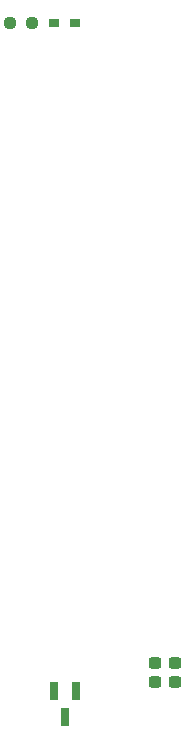
<source format=gbr>
G04 #@! TF.GenerationSoftware,KiCad,Pcbnew,8.0.4+dfsg-1*
G04 #@! TF.CreationDate,2024-12-10T10:24:55+09:00*
G04 #@! TF.ProjectId,bionic-mc68hc11d,62696f6e-6963-42d6-9d63-363868633131,8*
G04 #@! TF.SameCoordinates,Original*
G04 #@! TF.FileFunction,Paste,Top*
G04 #@! TF.FilePolarity,Positive*
%FSLAX46Y46*%
G04 Gerber Fmt 4.6, Leading zero omitted, Abs format (unit mm)*
G04 Created by KiCad (PCBNEW 8.0.4+dfsg-1) date 2024-12-10 10:24:55*
%MOMM*%
%LPD*%
G01*
G04 APERTURE LIST*
G04 Aperture macros list*
%AMRoundRect*
0 Rectangle with rounded corners*
0 $1 Rounding radius*
0 $2 $3 $4 $5 $6 $7 $8 $9 X,Y pos of 4 corners*
0 Add a 4 corners polygon primitive as box body*
4,1,4,$2,$3,$4,$5,$6,$7,$8,$9,$2,$3,0*
0 Add four circle primitives for the rounded corners*
1,1,$1+$1,$2,$3*
1,1,$1+$1,$4,$5*
1,1,$1+$1,$6,$7*
1,1,$1+$1,$8,$9*
0 Add four rect primitives between the rounded corners*
20,1,$1+$1,$2,$3,$4,$5,0*
20,1,$1+$1,$4,$5,$6,$7,0*
20,1,$1+$1,$6,$7,$8,$9,0*
20,1,$1+$1,$8,$9,$2,$3,0*%
G04 Aperture macros list end*
%ADD10R,0.965200X0.762000*%
%ADD11R,0.660400X1.625600*%
%ADD12RoundRect,0.237500X-0.300000X-0.237500X0.300000X-0.237500X0.300000X0.237500X-0.300000X0.237500X0*%
%ADD13RoundRect,0.237500X0.250000X0.237500X-0.250000X0.237500X-0.250000X-0.237500X0.250000X-0.237500X0*%
G04 APERTURE END LIST*
D10*
X155991000Y-59078000D03*
X157743600Y-59078000D03*
D11*
X157845200Y-115669200D03*
X155945198Y-115669200D03*
X156895199Y-117801200D03*
D12*
X164501100Y-113230800D03*
X166226100Y-113230800D03*
X164501100Y-114907200D03*
X166226100Y-114907200D03*
D13*
X154086000Y-59078000D03*
X152261000Y-59078000D03*
M02*

</source>
